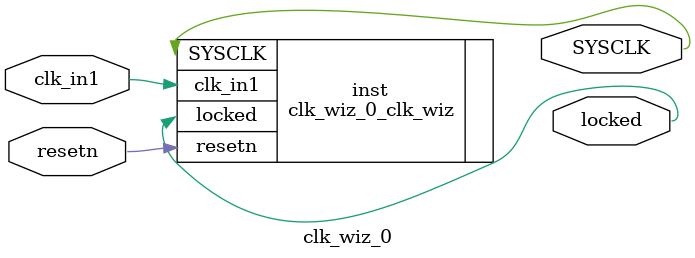
<source format=v>


`timescale 1ps/1ps

(* CORE_GENERATION_INFO = "clk_wiz_0,clk_wiz_v6_0_15_0_0,{component_name=clk_wiz_0,use_phase_alignment=true,use_min_o_jitter=false,use_max_i_jitter=false,use_dyn_phase_shift=false,use_inclk_switchover=false,use_dyn_reconfig=false,enable_axi=0,feedback_source=FDBK_AUTO,PRIMITIVE=MMCM,num_out_clk=1,clkin1_period=10.000,clkin2_period=10.000,use_power_down=false,use_reset=true,use_locked=true,use_inclk_stopped=false,feedback_type=SINGLE,CLOCK_MGR_TYPE=NA,manual_override=false}" *)

module clk_wiz_0 
 (
  // Clock out ports
  output        SYSCLK,
  // Status and control signals
  input         resetn,
  output        locked,
 // Clock in ports
  input         clk_in1
 );

  clk_wiz_0_clk_wiz inst
  (
  // Clock out ports  
  .SYSCLK(SYSCLK),
  // Status and control signals               
  .resetn(resetn), 
  .locked(locked),
 // Clock in ports
  .clk_in1(clk_in1)
  );

endmodule

</source>
